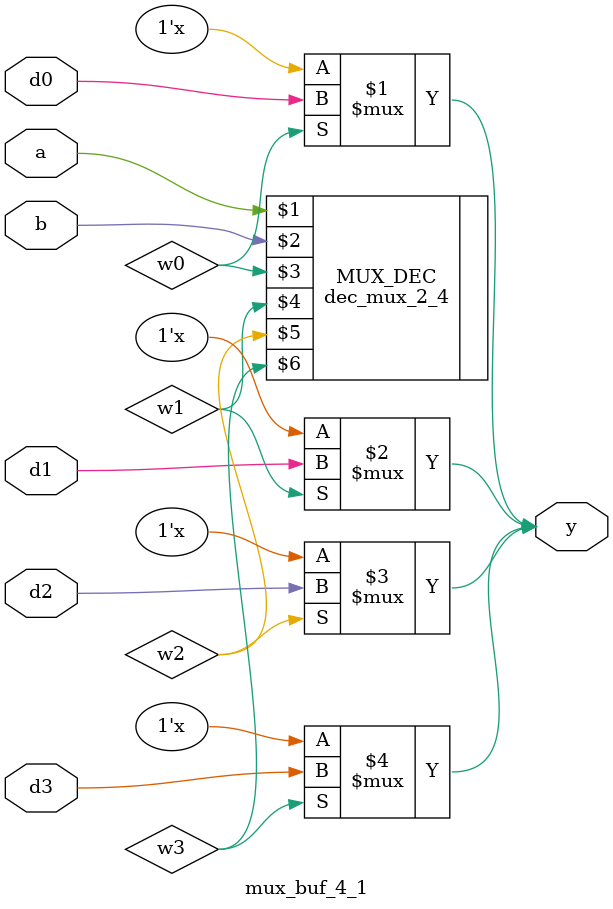
<source format=v>
module mux_buf_4_1(d0,d1,d2,d3,a,b,y);

input d0,d1,d2,d3;
input a,b;
output y;

wire w0,w1,w2,w3;

dec_mux_2_4 MUX_DEC(a,b,w0,w1,w2,w3);

bufif1 BUF0(y,d0,w0);
bufif1 BUF1(y,d1,w1);
bufif1 BUF2(y,d2,w2);
bufif1 BUF3(y,d3,w3);

endmodule

</source>
